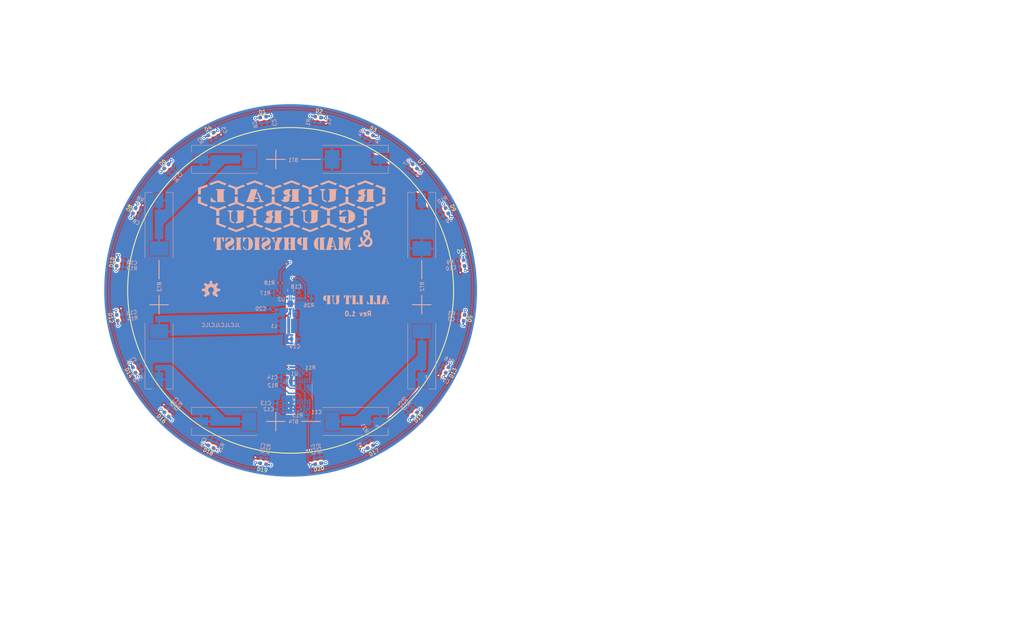
<source format=kicad_pcb>
(kicad_pcb (version 20211014) (generator pcbnew)
  (layers (0 "F.Cu" power) (31 "B.Cu" mixed) (34 "B.Paste" user) (35 "F.Paste" user) (36 "B.SilkS" user "B.Silkscreen") (37 "F.SilkS" user "F.Silkscreen") (38 "B.Mask" user) (39 "F.Mask" user) (44 "Edge.Cuts" user))
  (net 0 "")
  (net 1 "VBAT")
  (net 2 "/VBAT_Bank2")
  (net 3 "GND")
  (net 4 "VCC")
  (net 5 "/CONTROL")
  (net 6 "/TRIGGER")
  (net 7 "/VBAT_Bank1")
  (net 8 "Net-(D1-Pad1)")
  (net 9 "Net-(D2-Pad2)")
  (net 10 "Net-(D3-Pad1)")
  (net 11 "Net-(D5-Pad1)")
  (net 12 "Net-(D4-Pad2)")
  (net 13 "Net-(D6-Pad1)")
  (net 14 "Net-(D8-Pad2)")
  (net 15 "Net-(D9-Pad1)")
  (net 16 "Net-(D7-Pad2)")
  (net 17 "Net-(D10-Pad1)")
  (net 18 "Net-(D12-Pad2)")
  (net 19 "Net-(D11-Pad2)")
  (net 20 "Net-(D13-Pad2)")
  (net 21 "Net-(D15-Pad1)")
  (net 22 "Net-(D16-Pad2)")
  (net 23 "Net-(D14-Pad1)")
  (net 24 "Net-(D17-Pad2)")
  (net 25 "Net-(D18-Pad1)")
  (net 26 "Net-(D19-Pad2)")
  (net 27 "LED_SET")
  (net 28 "Net-(D20-Pad1)")
  (net 29 "/DISCHARGE")
  (net 30 "PWR_EN")
  (net 31 "/~{RESET}")
  (net 38 "/SWITCHER")
  (net 39 "/VFB")
  (footprint "LED_SMD:LED_0603_1608Metric" (layer "F.Cu") (at 123.245824 68.780706 99)
    (fp_text reference "D11")
    (fp_text value "Orange")
  )
  (footprint "LED_SMD:LED_0603_1608Metric" (layer "F.Cu") (at 109.878447 42.517647 135)
    (fp_text reference "D7")
    (fp_text value "Orange")
  )
  (footprint "LED_SMD:LED_0603_1608Metric" (layer "F.Cu") (at 123.267198 83.660923 -99)
    (fp_text reference "D5")
    (fp_text value "Blue")
  )
  (footprint "LED_SMD:LED_0603_1608Metric" (layer "F.Cu") (at 68.774734 29.1592 9)
    (fp_text reference "D1")
    (fp_text value "Blue")
  )
  (footprint "LED_SMD:LED_0603_1608Metric" (layer "F.Cu") (at 42.5196 42.5196 45)
    (fp_text reference "D6")
    (fp_text value "Blue")
  )
  (footprint "LED_SMD:LED_0603_1608Metric" (layer "F.Cu") (at 29.155392 68.767395 81)
    (fp_text reference "D10")
    (fp_text value "Blue")
  )
  (footprint "LED_SMD:LED_0603_1608Metric" (layer "F.Cu") (at 29.1592 83.6676 -81)
    (fp_text reference "D12")
    (fp_text value "Orange")
  )
  (footprint "LED_SMD:LED_0603_1608Metric" (layer "F.Cu") (at 42.540561 109.8804 -45)
    (fp_text reference "D16")
    (fp_text value "Orange")
  )
  (footprint "LED_SMD:LED_0603_1608Metric" (layer "F.Cu") (at 54.5846 118.6434 153)
    (fp_text reference "D18")
    (fp_text value "Blue")
  )
  (footprint "LED_SMD:LED_0603_1608Metric" (layer "F.Cu") (at 68.7578 123.2408 -9)
    (fp_text reference "D19")
    (fp_text value "Orange")
  )
  (footprint "LED_SMD:LED_0603_1608Metric" (layer "F.Cu") (at 83.6676 123.2408 -171)
    (fp_text reference "D20")
    (fp_text value "Blue")
  )
  (footprint "LED_SMD:LED_0603_1608Metric" (layer "F.Cu") (at 97.8154 118.6434 27)
    (fp_text reference "D17")
    (fp_text value "Orange")
  )
  (footprint "LED_SMD:LED_0603_1608Metric" (layer "F.Cu") (at 109.8804 109.8804 -135)
    (fp_text reference "D15")
    (fp_text value "Blue")
  )
  (footprint "LED_SMD:LED_0603_1608Metric" (layer "F.Cu") (at 118.6434 97.8154 63)
    (fp_text reference "D13")
    (fp_text value "Orange")
  )
  (footprint "LED_SMD:LED_0603_1608Metric" (layer "F.Cu") (at 97.8408 33.782 -27)
    (fp_text reference "D3")
    (fp_text value "Blue")
  )
  (footprint "LED_SMD:LED_0603_1608Metric" (layer "F.Cu") (at 83.651795 29.163008 171)
    (fp_text reference "D2")
    (fp_text value "Orange")
  )
  (footprint "LED_SMD:LED_0603_1608Metric" (layer "F.Cu") (at 33.7566 97.8154 117)
    (fp_text reference "D14")
    (fp_text value "Blue")
  )
  (footprint "LED_SMD:LED_0603_1608Metric" (layer "F.Cu") (at 54.594132 33.758518 -153)
    (fp_text reference "D4")
    (fp_text value "Orange")
  )
  (footprint "LED_SMD:LED_0603_1608Metric" (layer "F.Cu") (at 118.606437 54.584336 -63)
    (fp_text reference "D9")
    (fp_text value "Blue")
  )
  (footprint "LED_SMD:LED_0603_1608Metric" (layer "F.Cu") (at 33.783918 54.594132 -117)
    (fp_text reference "D8")
    (fp_text value "Orange")
  )
  (footprint "ERW_SW:Coaster_SW" (layer "F.Cu") (at 76.2 76.2)
    (fp_text reference "JP1" hide)
    (fp_text value "Coaster_Switch")
  )
  (footprint "ERW_Battery:ERW_Battery_Keystone_55(x2)_AAAA" (layer "B.Cu") (at 40.513 76.073 90)
    (fp_text reference "BT3")
    (fp_text value "AAA")
  )
  (footprint "ERW_Battery:ERW_Battery_Keystone_55(x2)_AAAA" (layer "B.Cu") (at 76.199999 40.640002)
    (fp_text reference "BT1")
    (fp_text value "AAA")
  )
  (footprint "Capacitor_SMD:C_0603_1608Metric" (layer "B.Cu") (at 118.280227 55.635239 -153)
    (fp_text reference "C9")
    (fp_text value "0.1 uF")
  )
  (footprint "Capacitor_SMD:C_0603_1608Metric" (layer "B.Cu") (at 122.354519 84.327205 171)
    (fp_text reference "C3")
    (fp_text value "0.1 uF")
  )
  (footprint "Capacitor_SMD:C_0603_1608Metric" (layer "B.Cu") (at 98.185084 34.822015 -117)
    (fp_text reference "C4")
    (fp_text value "0.1 uF")
  )
  (footprint "Capacitor_SMD:C_0603_1608Metric" (layer "B.Cu") (at 84.306763 30.049996 81)
    (fp_text reference "C1")
    (fp_text value "0.1 uF")
  )
  (footprint "Capacitor_SMD:C_0603_1608Metric" (layer "B.Cu") (at 69.658141 29.811022 -81)
    (fp_text reference "C2")
    (fp_text value "0.1 uF")
  )
  (footprint "Capacitor_SMD:C_0603_1608Metric" (layer "B.Cu") (at 55.635025 34.096874 117)
    (fp_text reference "C5")
    (fp_text value "0.1 uF")
  )
  (footprint "Capacitor_SMD:C_0603_1608Metric" (layer "B.Cu") (at 43.626171 42.517271 -45)
    (fp_text reference "C6")
    (fp_text value "0.1 uF")
  )
  (footprint "Capacitor_SMD:C_0603_1608Metric" (layer "B.Cu") (at 34.82813 54.250643 153)
    (fp_text reference "C8")
    (fp_text value "0.1 uF")
  )
  (footprint "Capacitor_SMD:C_0603_1608Metric" (layer "B.Cu") (at 30.049995 68.093243 -9)
    (fp_text reference "C16")
    (fp_text value "0.1 uF")
  )
  (footprint "Capacitor_SMD:C_0603_1608Metric" (layer "B.Cu") (at 29.807047 82.766948 -171)
    (fp_text reference "C15")
    (fp_text value "0.1 uF")
  )
  (footprint "Capacitor_SMD:C_0603_1608Metric" (layer "B.Cu") (at 34.096874 96.764975 27)
    (fp_text reference "C21")
    (fp_text value "0.1 uF")
  )
  (footprint "Capacitor_SMD:C_0603_1608Metric" (layer "B.Cu") (at 42.516087 108.767889 -135)
    (fp_text reference "C25")
    (fp_text value "0.1 uF")
  )
  (footprint "Capacitor_SMD:C_0603_1608Metric" (layer "B.Cu") (at 54.225487 117.594598 63)
    (fp_text reference "C24")
    (fp_text value "0.1 uF")
  )
  (footprint "Capacitor_SMD:C_0603_1608Metric" (layer "B.Cu") (at 68.093345 122.350023 -99)
    (fp_text reference "C26")
    (fp_text value "0.1 uF")
  )
  (footprint "Capacitor_SMD:C_0603_1608Metric" (layer "B.Cu") (at 82.766953 122.592954 99)
    (fp_text reference "C27")
    (fp_text value "0.1 uF")
  )
  (footprint "Capacitor_SMD:C_0603_1608Metric" (layer "B.Cu") (at 96.764973 118.30312 -63)
    (fp_text reference "C23")
    (fp_text value "0.1 uF")
  )
  (footprint "Capacitor_SMD:C_0603_1608Metric" (layer "B.Cu") (at 108.773829 109.882729 135)
    (fp_text reference "C22")
    (fp_text value "0.1 uF")
  )
  (footprint "Resistor_SMD:R_0603_1608Metric" (layer "B.Cu") (at 122.552957 82.751142 171)
    (fp_text reference "R3")
    (fp_text value "60")
  )
  (footprint "Resistor_SMD:R_0603_1608Metric" (layer "B.Cu") (at 68.110352 30.106793 -81)
    (fp_text reference "R2")
    (fp_text value "60")
  )
  (footprint "Resistor_SMD:R_0603_1608Metric" (layer "B.Cu") (at 54.254392 34.856463 117)
    (fp_text reference "R5")
    (fp_text value "160")
  )
  (footprint "Resistor_SMD:R_0603_1608Metric" (layer "B.Cu") (at 42.547833 43.666319 -45)
    (fp_text reference "R6")
    (fp_text value "60")
  )
  (footprint "Resistor_SMD:R_0603_1608Metric" (layer "B.Cu") (at 29.852993 69.656672 -9)
    (fp_text reference "R15")
    (fp_text value "60")
  )
  (footprint "Resistor_SMD:R_0603_1608Metric" (layer "B.Cu") (at 30.102817 84.314732 -171)
    (fp_text reference "R14")
    (fp_text value "160")
  )
  (footprint "Resistor_SMD:R_0603_1608Metric" (layer "B.Cu") (at 34.856463 98.145608 27)
    (fp_text reference "R19")
    (fp_text value "60")
  )
  (footprint "Resistor_SMD:R_0603_1608Metric" (layer "B.Cu") (at 43.665132 109.846229 -135)
    (fp_text reference "R23")
    (fp_text value "160")
  )
  (footprint "Resistor_SMD:R_0603_1608Metric" (layer "B.Cu") (at 55.652167 118.261028 63)
    (fp_text reference "R22")
    (fp_text value "60")
  )
  (footprint "Resistor_SMD:R_0603_1608Metric" (layer "B.Cu") (at 69.656573 122.546991 -99)
    (fp_text reference "R24")
    (fp_text value "160")
  )
  (footprint "Resistor_SMD:R_0603_1608Metric" (layer "B.Cu") (at 84.314732 122.297183 99)
    (fp_text reference "R25")
    (fp_text value "60")
  )
  (footprint "Resistor_SMD:R_0603_1608Metric" (layer "B.Cu") (at 98.145608 117.543537 -63)
    (fp_text reference "R21")
    (fp_text value "160")
  )
  (footprint "Resistor_SMD:R_0603_1608Metric" (layer "B.Cu") (at 109.852167 108.733681 135)
    (fp_text reference "R20")
    (fp_text value "60")
  )
  (footprint "Resistor_SMD:R_0603_1608Metric" (layer "B.Cu") (at 118.239912 96.71877 -27)
    (fp_text reference "R16")
    (fp_text value "160")
  )
  (footprint "Capacitor_SMD:C_0603_1608Metric" (layer "B.Cu") (at 122.608981 69.661817 9)
    (fp_text reference "C10")
    (fp_text value "0.1 uF")
  )
  (footprint "Resistor_SMD:R_0603_1608Metric" (layer "B.Cu") (at 108.740185 42.543729 45)
    (fp_text reference "R7")
    (fp_text value "160")
  )
  (footprint "Capacitor_SMD:C_0603_1608Metric" (layer "B.Cu") (at 109.906423 43.640813 45)
    (fp_text reference "C7")
    (fp_text value "0.1 uF")
  )
  (footprint "Resistor_SMD:R_0603_1608Metric" (layer "B.Cu") (at 96.759052 34.151529 -117)
    (fp_text reference "R4")
    (fp_text value "60")
  )
  (footprint "Resistor_SMD:R_0603_1608Metric" (layer "B.Cu") (at 82.743427 29.853009 81)
    (fp_text reference "R1")
    (fp_text value "160")
  )
  (footprint "Capacitor_SMD:C_0603_1608Metric" (layer "B.Cu") (at 117.581963 98.159996 -27)
    (fp_text reference "C17")
    (fp_text value "0.1 uF")
  )
  (footprint "ERW_Battery:ERW_Battery_Keystone_55(x2)_AAAA" (layer "B.Cu") (at 76.200001 111.759998)
    (fp_text reference "BT4")
    (fp_text value "AAA")
  )
  (footprint "ERW_Battery:ERW_Battery_Keystone_55(x2)_AAAA" (layer "B.Cu") (at 111.760003 76.073004 90)
    (fp_text reference "BT2")
    (fp_text value "AAA")
  )
  (footprint "Resistor_SMD:R_0603_1608Metric" (layer "B.Cu") (at 74.408298 101.9556 180)
    (fp_text reference "R12")
    (fp_text value "220k")
  )
  (footprint "Resistor_SMD:R_0603_1608Metric" (layer "B.Cu") (at 73.406 74.168 -90)
    (fp_text reference "R18")
    (fp_text value "604k")
  )
  (footprint "Resistor_SMD:R_0603_1608Metric" (layer "B.Cu") (at 80.529698 98.679)
    (fp_text reference "R11")
    (fp_text value "10k")
  )
  (footprint "Resistor_SMD:R_0603_1608Metric" (layer "B.Cu") (at 72.517 76.962 180)
    (fp_text reference "R17")
    (fp_text value "309k")
  )
  (footprint "Package_SO:TSSOP-14_4.4x5mm_P0.65mm" (layer "B.Cu") (at 79.415995 103.566052 -90)
    (fp_text reference "U1")
    (fp_text value "TLC555xPW")
  )
  (footprint "Capacitor_SMD:C_0603_1608Metric" (layer "B.Cu") (at 74.458298 99.822 180)
    (fp_text reference "C14")
    (fp_text value "6.8 uF")
  )
  (footprint "Capacitor_SMD:C_0603_1608Metric" (layer "B.Cu") (at 80.922898 109.22 -90)
    (fp_text reference "C11")
    (fp_text value "0.01 uF")
  )
  (footprint "Capacitor_SMD:C_0603_1608Metric" (layer "B.Cu") (at 78.486 77.6094 90)
    (fp_text reference "C18")
    (fp_text value "0.1 uF")
  )
  (footprint "Capacitor_SMD:C_0603_1608Metric" (layer "B.Cu") (at 77.229 89.408)
    (fp_text reference "C19")
    (fp_text value "10 uF")
  )
  (footprint "Capacitor_SMD:C_0603_1608Metric" (layer "B.Cu") (at 73.393 106.817266 180)
    (fp_text reference "C13")
    (fp_text value "0.1 uF")
  )
  (footprint "Capacitor_SMD:C_0603_1608Metric" (layer "B.Cu") (at 73.393 108.442862 180)
    (fp_text reference "C12")
    (fp_text value "10 uF")
  )
  (footprint "Resistor_SMD:R_0603_1608Metric" (layer "B.Cu") (at 122.300372 68.116065 9)
    (fp_text reference "R9")
    (fp_text value "160")
  )
  (footprint "Resistor_SMD:R_0603_1608Metric" (layer "B.Cu") (at 117.518602 54.241722 -153)
    (fp_text reference "R10")
    (fp_text value "60")
  )
  (footprint "Resistor_SMD:R_0603_1608Metric" (layer "B.Cu") (at 34.16148 55.670342 153)
    (fp_text reference "R8")
    (fp_text value "160")
  )
  (footprint "Resistor_SMD:R_0603_1608Metric" (layer "B.Cu") (at 78.154298 108.442853 180)
    (fp_text reference "R13")
    (fp_text value "0")
  )
  (footprint "Capacitor_SMD:C_0603_1608Metric" (layer "B.Cu") (at 71.488 81.407 180)
    (fp_text reference "C20")
    (fp_text value "4.7 uF")
  )
  (footprint "ERW_Logo:RuralguruProjects_HEX_2000" (layer "B.Cu") (at 76.475009 53.355769 180)
    (fp_text reference "G1" hide)
    (fp_text value "LOGO" hide)
  )
  (footprint "Resistor_SMD:R_0603_1608Metric" (layer "B.Cu") (at 80.962 78.3852)
    (fp_text reference "R26")
    (fp_text value "100k")
  )
  (footprint "Package_DFN_QFN:DFN-8-1EP_3x2mm_P0.5mm_EP1.75x1.45mm" (layer "B.Cu") (at 76.0984 79.835208 -90)
    (fp_text reference "U2")
    (fp_text value "MCP1640BMC")
  )
  (footprint "PJ_LOGO:PJ_LOGO_1p5l" (layer "B.Cu") (at 73.908386 63.525199 180)
    (fp_text reference "G2" hide)
    (fp_text value "LOGO" hide)
  )
  (footprint "VLCF4020T-4R7N1R2:VLCF4020T-4R7N1R2" (layer "B.Cu") (at 75.666381 85.865)
    (fp_text reference "L1")
    (fp_text value "4.7 uH")
  )
  (footprint "board_logo:ALL_LIT_UP" (layer "B.Cu") (at 93.98 78.74 180)
    (fp_text reference "G***" hide)
    (fp_text value "LOGO" hide)
  )
  (footprint "Aesthetics:OSHW-LOGO-M" (layer "B.Cu") (at 54.61 76.07427 180)
    (fp_text reference "G3" hide)
    (fp_text value "OSHW" hide)
  )
  (gr_circle locked (center 76.2 76.2) (end 126.374564 84.14687) (layer "Edge.Cuts") (width 0.0508) (fill none))
  (gr_text "JLCJLCJLCJLC" (at 57.2516 85.598) (layer "B.SilkS") (effects (font (size 1.016 1.016) (thickness 0.1524)) (justify mirror)))
  (gr_text "&" (at 96.52 62.2554) (layer "B.SilkS") (effects (font (size 4.064 4.064) (thickness 0.6096)) (justify mirror)))
  (gr_text "Rev 1.0" (at 94.488 82.55) (layer "B.SilkS") (effects (font (size 1.27 1.27) (thickness 0.254)) (justify mirror)))
  (segment (start 64.947801 111.759998) (end 51.866801 111.759998) (width 0.635) (layer "B.Cu") (net 1))
  (segment (start 40.513 87.3252) (end 45.2628 87.3252) (width 0.635) (layer "B.Cu") (net 1))
  (segment (start 74.041 81.407) (end 72.263 81.407) (width 0.508) (layer "B.Cu") (net 1))
  (segment (start 72.263 84.709) (end 72.263 87.122) (width 0.508) (layer "B.Cu") (net 1))
  (segment (start 40.513 100.4062) (end 40.513 97.282) (width 0.635) (layer "B.Cu") (net 1))
  (segment (start 75.244889 81.854111) (end 74.116381 82.982619) (width 0.508) (layer "B.Cu") (net 1))
  (segment (start 74.162792 81.285208) (end 75.244889 81.285208) (width 0.508) (layer "B.Cu") (net 1))
  (segment (start 74.116381 85.038381) (end 73.66 84.582) (width 0.508) (layer "B.Cu") (net 1))
  (segment (start 74.116381 82.982619) (end 74.116381 85.865) (width 0.508) (layer "B.Cu") (net 1))
  (segment (start 73.66 87.122) (end 72.263 87.122) (width 0.508) (layer "B.Cu") (net 1))
  (segment (start 40.513 87.3252) (end 40.513 84.074) (width 0.635) (layer "B.Cu") (net 1))
  (segment (start 51.866801 107.746801) (end 44.5262 100.4062) (width 0.635) (layer "B.Cu") (net 1))
  (segment (start 73.66 84.582) (end 72.39 84.582) (width 0.508) (layer "B.Cu") (net 1))
  (segment (start 44.5262 100.4062) (end 40.513 100.4062) (width 0.635) (layer "B.Cu") (net 1))
  (segment (start 74.116381 86.665619) (end 73.66 87.122) (width 0.508) (layer "B.Cu") (net 1))
  (segment (start 72.39 84.582) (end 72.263 84.709) (width 0.508) (layer "B.Cu") (net 1))
  (segment (start 51.866801 111.759998) (end 51.866801 107.746801) (width 0.635) (layer "B.Cu") (net 1))
  (segment (start 74.116381 85.865) (end 74.116381 86.665619) (width 0.508) (layer "B.Cu") (net 1))
  (segment (start 74.162792 81.285208) (end 74.041 81.407) (width 0.508) (layer "B.Cu") (net 1))
  (segment (start 75.244889 81.285208) (end 75.244889 81.854111) (width 0.508) (layer "B.Cu") (net 1))
  (segment (start 100.533201 109.270799) (end 100.533201 111.759998) (width 0.635) (layer "B.Cu") (net 2))
  (segment (start 100.533201 111.759998) (end 87.452201 111.759998) (width 0.635) (layer "B.Cu") (net 2))
  (segment (start 111.760003 100.406204) (end 109.397796 100.406204) (width 0.635) (layer "B.Cu") (net 2))
  (segment (start 111.760003 87.325204) (end 111.760003 100.406204) (width 0.635) (layer "B.Cu") (net 2))
  (segment (start 109.397796 100.406204) (end 100.533201 109.270799) (width 0.635) (layer "B.Cu") (net 2))
  (segment (start 107.315 64.820804) (end 116.789196 64.820804) (width 0.635) (layer "B.Cu") (net 3))
  (segment (start 105.079804 51.739804) (end 100.533199 47.193199) (width 0.635) (layer "B.Cu") (net 3))
  (segment (start 87.452199 36.83) (end 87.452199 45.542199) (width 0.635) (layer "B.Cu") (net 3))
  (segment (start 114.935 51.739804) (end 105.079804 51.739804) (width 0.635) (layer "B.Cu") (net 3))
  (segment (start 75.8484 79.555112) (end 75.8484 77.215304) (width 0.254) (layer "B.Cu") (net 3))
  (segment (start 111.760003 68.58) (end 111.760003 47.625003) (width 0.635) (layer "B.Cu") (net 3))
  (segment (start 75.819 79.555808) (end 75.825409 79.549399) (width 0.254) (layer "B.Cu") (net 3))
  (segment (start 76.3484 79.555112) (end 76.3484 77.215304) (width 0.254) (layer "B.Cu") (net 3))
  (segment (start 104.14 40.64) (end 83.82 40.64) (width 0.635) (layer "B.Cu") (net 3))
  (segment (start 100.533199 47.193199) (end 100.533199 38.1) (width 0.635) (layer "B.Cu") (net 3))
  (segment (start 73.6346 68.6562) (end 72.39 69.9008) (width 0.635) (layer "F.Cu") (net 4))
  (segment (start 75.692 106.68) (end 74.345801 106.68) (width 0.635) (layer "F.Cu") (net 4))
  (segment (start 72.39 69.9008) (end 72.39 76.2) (width 0.635) (layer "F.Cu") (net 4))
  (segment (start 72.39 80.848198) (end 74.599802 83.058) (width 0.635) (layer "F.Cu") (net 4))
  (segment (start 73.7108 68.58) (end 73.6346 68.6562) (width 0.508) (layer "F.Cu") (net 4))
  (segment (start 75.692 108.204) (end 75.6412 108.2548) (width 0.635) (layer "F.Cu") (net 4))
  (segment (start 72.39 104.724199) (end 74.345801 106.68) (width 0.635) (layer "F.Cu") (net 4))
  (segment (start 75.6412 108.2548) (end 74.345801 108.2548) (width 0.635) (layer "F.Cu") (net 4))
  (segment (start 75.8444 83.058) (end 74.599802 83.058) (width 0.635) (layer "F.Cu") (net 4))
  (segment (start 75.692 97.028) (end 74.701402 97.028) (width 0.635) (layer "F.Cu") (net 4))
  (segment (start 72.39 76.2) (end 72.39 104.724199) (width 0.635) (layer "F.Cu") (net 4))
  (segment (start 72.39 106.298999) (end 74.345801 108.2548) (width 0.635) (layer "F.Cu") (net 4))
  (segment (start 72.39 76.2) (end 72.39 94.716598) (width 0.635) (layer "F.Cu") (net 4))
  (segment (start 75.946 68.58) (end 73.7108 68.58) (width 0.508) (layer "F.Cu") (net 4))
  (segment (start 72.39 94.716598) (end 74.701402 97.028) (width 0.635) (layer "F.Cu") (net 4))
  (segment (start 72.39 76.2) (end 72.39 106.298999) (width 0.635) (layer "F.Cu") (net 4))
  (segment (start 72.39 76.2) (end 72.39 80.848198) (width 0.635) (layer "F.Cu") (net 4))
  (via (at 36.123357 53.117034) (size 0.8) (drill 0.4) (layers "F.Cu" "B.Cu") (net 4))
  (via (at 122.213975 71.334897) (size 0.8) (drill 0.4) (layers "F.Cu" "B.Cu") (net 4))
  (via (at 30.189213 81.0959) (size 0.8) (drill 0.4) (layers "F.Cu" "B.Cu") (net 4))
  (via (at 57.342381 33.943956) (size 0.8) (drill 0.4) (layers "F.Cu" "B.Cu") (net 4))
  (via (at 75.692 106.68) (size 0.8) (drill 0.4) (layers "F.Cu" "B.Cu") (net 4))
  (via locked (at 116.278034 99.272078) (size 0.8) (drill 0.4) (layers "F.Cu" "B.Cu") (net 4))
  (via (at 75.946 68.58) (size 0.8) (drill 0.4) (layers "F.Cu" "B.Cu") (net 4))
  (via (at 110.562272 45.198601) (size 0.8) (drill 0.4) (layers "F.Cu" "B.Cu") (net 4))
  (via (at 85.778021 30.92985) (size 0.8) (drill 0.4) (layers "F.Cu" "B.Cu") (net 4))
  (via (at 75.8444 83.058) (size 0.8) (drill 0.4) (layers "F.Cu" "B.Cu") (net 4))
  (via (at 66.621979 121.470149) (size 0.8) (drill 0.4) (layers "F.Cu" "B.Cu") (net 4))
  (via (at 75.692 97.028) (size 0.8) (drill 0.4) (layers "F.Cu" "B.Cu") (net 4))
  (via (at 75.692 108.204) (size 0.8) (drill 0.4) (layers "F.Cu" "B.Cu") (net 4))
  (via (at 95.057619 118.456044) (size 0.8) (drill 0.4) (layers "F.Cu" "B.Cu") (net 4))
  (via (at 41.843045 107.191357) (size 0.8) (drill 0.4) (layers "F.Cu" "B.Cu") (net 4))
  (segment (start 82.614369 30.667852) (end 85.778021 30.92985) (width 0.381) (layer "B.Cu") (net 4))
  (segment (start 74.168 108.442862) (end 74.168 106.817266) (width 0.635) (layer "B.Cu") (net 4))
  (segment (start 73.406 71.12) (end 75.946 68.58) (width 0.508) (layer "B.Cu") (net 4))
  (segment (start 54.628934 35.591543) (end 57.342381 33.943956) (width 0.381) (layer "B.Cu") (net 4))
  (segment (start 73.406 73.343) (end 73.406 71.12) (width 0.508) (layer "B.Cu") (net 4))
  (segment (start 76.0984 82.804) (end 75.8444 83.058) (width 0.381) (layer "B.Cu") (net 4))
  (segment (start 44.248495 109.262866) (end 41.843045 107.191357) (width 0.381) (layer "B.Cu") (net 4))
  (segment (start 76.0984 81.28) (end 76.0984 82.804) (width 0.381) (layer "B.Cu") (net 4))
  (segment (start 75.692 97.028) (end 78.053698 97.028) (width 0.508) (layer "B.Cu") (net 4))
  (segment (start 34.89656 56.044884) (end 36.123357 53.117034) (width 0.381) (layer "B.Cu") (net 4))
  (segment (start 30.91766 84.185674) (end 30.189213 81.0959) (width 0.381) (layer "B.Cu") (net 4))
  (segment (start 97.771066 116.808457) (end 95.057619 118.456044) (width 0.381) (layer "B.Cu") (net 4))
  (segment locked (start 117.504832 96.344228) (end 116.278034 99.272078) (width 0.381) (layer "B.Cu") (net 4))
  (segment (start 121.485529 68.245123) (end 122.213975 71.334897) (width 0.381) (layer "B.Cu") (net 4))
  (segment (start 108.156822 43.127092) (end 110.562272 45.198601) (width 0.381) (layer "B.Cu") (net 4))
  (segment (start 78.053698 97.028) (end 79.704698 98.679) (width 0.508) (layer "B.Cu") (net 4))
  (segment (start 69.785631 121.732147) (end 66.621979 121.470149) (width 0.381) (layer "B.Cu") (net 4))
  (segment (start 81.365995 106.428552) (end 81.365995 108.001903) (width 0.381) (layer "B.Cu") (net 5))
  (segment (start 81.365995 108.001903) (end 80.922898 108.445) (width 0.381) (layer "B.Cu") (net 5))
  (segment (start 75.233298 101.9556) (end 75.233298 99.822) (width 0.381) (layer "B.Cu") (net 6))
  (segment (start 78.765995 102.795897) (end 80.065995 104.095897) (width 0.381) (layer "B.Cu") (net 6))
  (segment (start 76.073595 102.795897) (end 75.233298 101.9556) (width 0.381) (layer "B.Cu") (net 6))
  (segment (start 80.065995 104.095897) (end 80.065995 106.428552) (width 0.381) (layer "B.Cu") (net 6))
  (segment (start 78.765995 100.703552) (end 78.765995 102.795897) (width 0.381) (layer "B.Cu") (net 6))
  (segment (start 78.765995 102.795897) (end 76.073595 102.795897) (width 0.381) (layer "B.Cu") (net 6))
  (segment (start 51.866799 40.640002) (end 64.947799 40.640002) (width 0.635) (layer "B.Cu") (net 7))
  (segment (start 51.866799 44.653201) (end 44.7802 51.7398) (width 0.635) (layer "B.Cu") (net 7))
  (segment (start 44.7802 51.7398) (end 40.513 51.7398) (width 0.635) (layer "B.Cu") (net 7))
  (segment (start 40.513 51.7398) (end 40.513 64.8208) (width 0.635) (layer "B.Cu") (net 7))
  (segment (start 51.866799 40.640002) (end 51.866799 44.653201) (width 0.635) (layer "B.Cu") (net 7))
  (segment (start 66.701331 29.494677) (end 67.981296 29.291952) (width 0.381) (layer "F.Cu") (net 8))
  (via (at 66.701331 29.494677) (size 0.8) (drill 0.4) (layers "F.Cu" "B.Cu") (net 8))
  (segment (start 67.972201 29.29339) (end 66.701331 29.494677) (width 0.381) (layer "B.Cu") (net 8))
  (segment (start 67.978859 29.298225) (end 67.972201 29.29339) (width 0.381) (layer "B.Cu") (net 8))
  (segment (start 81.590033 28.835045) (end 82.869997 29.037773) (width 0.381) (layer "F.Cu") (net 9))
  (via (at 81.590033 28.835045) (size 0.8) (drill 0.4) (layers "F.Cu" "B.Cu") (net 9))
  (segment (start 82.860903 29.03633) (end 81.590033 28.835045) (width 0.381) (layer "B.Cu") (net 9))
  (segment (start 82.865741 29.042986) (end 82.860903 29.03633) (width 0.381) (layer "B.Cu") (net 9))
  (segment (start 95.984576 32.824471) (end 97.139248 33.412808) (width 0.381) (layer "F.Cu") (net 10))
  (via (at 95.984576 32.824471) (size 0.8) (drill 0.4) (layers "F.Cu" "B.Cu") (net 10))
  (segment (start 97.133589 33.41645) (end 97.131045 33.408625) (width 0.381) (layer "B.Cu") (net 10))
  (segment (start 97.131045 33.408625) (end 95.984576 32.824471) (width 0.381) (layer "B.Cu") (net 10))
  (segment (start 123.574302 81.617122) (end 123.371574 82.897087) (width 0.381) (layer "F.Cu") (net 11))
  (via (at 123.574302 81.617122) (size 0.8) (drill 0.4) (layers "F.Cu" "B.Cu") (net 11))
  (segment (start 123.3678 82.8802) (end 123.574302 81.617122) (width 0.381) (layer "B.Cu") (net 11))
  (segment (start 52.723013 34.710812) (end 53.877687 34.122478) (width 0.381) (layer "F.Cu") (net 12))
  (via (at 52.723013 34.710812) (size 0.8) (drill 0.4) (layers "F.Cu" "B.Cu") (net 12))
  (segment (start 53.877307 34.129197) (end 53.869481 34.126656) (width 0.381) (layer "B.Cu") (net 12))
  (segment (start 53.869481 34.126656) (end 52.723013 34.710812) (width 0.381) (layer "B.Cu") (net 12))
  (segment (start 41.0464 43.9928) (end 41.962753 43.076447) (width 0.381) (layer "F.Cu") (net 13))
  (via (at 41.0464 43.9928) (size 0.8) (drill 0.4) (layers "F.Cu" "B.Cu") (net 13))
  (segment (start 41.956244 43.082956) (end 41.0464 43.9928) (width 0.381) (layer "B.Cu") (net 13))
  (segment (start 41.96447 43.082956) (end 41.956244 43.082956) (width 0.381) (layer "B.Cu") (net 13))
  (segment (start 32.841936 56.428873) (end 33.430271 55.274201) (width 0.381) (layer "F.Cu") (net 14))
  (via (at 32.841936 56.428873) (size 0.8) (drill 0.4) (layers "F.Cu" "B.Cu") (net 14))
  (segment (start 33.426092 55.282403) (end 32.841936 56.428873) (width 0.381) (layer "B.Cu") (net 14))
  (segment (start 117.667303 52.728373) (end 118.255637 53.883047) (width 0.381) (layer "F.Cu") (net 15))
  (via (at 117.667303 52.728373) (size 0.8) (drill 0.4) (layers "F.Cu" "B.Cu") (net 15))
  (segment (start 118.251459 53.874841) (end 117.667303 52.728373) (width 0.381) (layer "B.Cu") (net 15))
  (segment (start 118.248917 53.882667) (end 118.251459 53.874841) (width 0.381) (layer "B.Cu") (net 15))
  (segment (start 108.430891 41.061041) (end 109.347244 41.977395) (width 0.381) (layer "F.Cu") (net 16))
  (via (at 108.430891 41.061041) (size 0.8) (drill 0.4) (layers "F.Cu" "B.Cu") (net 16))
  (segment (start 109.340734 41.970883) (end 108.430891 41.061041) (width 0.381) (layer "B.Cu") (net 16))
  (segment (start 109.340736 41.979111) (end 109.340734 41.970883) (width 0.381) (layer "B.Cu") (net 16))
  (segment (start 28.834122 70.77863) (end 29.036849 69.498666) (width 0.381) (layer "F.Cu") (net 17))
  (via (at 28.834122 70.77863) (size 0.8) (drill 0.4) (layers "F.Cu" "B.Cu") (net 17))
  (segment (start 29.035409 69.507758) (end 28.834122 70.77863) (width 0.381) (layer "B.Cu") (net 17))
  (segment (start 29.042064 69.502923) (end 29.035409 69.507758) (width 0.381) (layer "B.Cu") (net 17))
  (segment (start 29.441806 85.728797) (end 29.23908 84.448833) (width 0.381) (layer "F.Cu") (net 18))
  (via (at 29.441806 85.728797) (size 0.8) (drill 0.4) (layers "F.Cu" "B.Cu") (net 18))
  (segment (start 29.245355 84.45127) (end 29.240519 84.457926) (width 0.381) (layer "B.Cu") (net 18))
  (segment (start 29.240519 84.457926) (end 29.441806 85.728797) (width 0.381) (layer "B.Cu") (net 18))
  (segment (start 122.931601 66.707441) (end 123.134326 67.987406) (width 0.381) (layer "F.Cu") (net 19))
  (via (at 122.931601 66.707441) (size 0.8) (drill 0.4) (layers "F.Cu" "B.Cu") (net 19))
  (segment (start 123.128052 67.984968) (end 123.132888 67.978311) (width 0.381) (layer "B.Cu") (net 19))
  (segment (start 123.132888 67.978311) (end 122.931601 66.707441) (width 0.381) (layer "B.Cu") (net 19))
  (segment (start 119.589251 95.959059) (end 119.000915 97.113731) (width 0.381) (layer "F.Cu") (net 20))
  (via (at 119.589251 95.959059) (size 0.8) (drill 0.4) (layers "F.Cu" "B.Cu") (net 20))
  (segment (start 118.997272 97.108071) (end 119.005097 97.105528) (width 0.381) (layer "B.Cu") (net 20))
  (segment (start 119.005097 97.105528) (end 119.589251 95.959059) (width 0.381) (layer "B.Cu") (net 20))
  (segment (start 111.355315 108.405486) (end 110.438961 109.321839) (width 0.381) (layer "F.Cu") (net 21))
  (via (at 111.355315 108.405486) (size 0.8) (drill 0.4) (layers "F.Cu" "B.Cu") (net 21))
  (segment (start 110.445473 109.315329) (end 111.355315 108.405486) (width 0.381) (layer "B.Cu") (net 21))
  (segment (start 110.437244 109.31533) (end 110.445473 109.315329) (width 0.381) (layer "B.Cu") (net 21))
  (segment (start 43.984847 111.381831) (end 43.068494 110.465477) (width 0.381) (layer "F.Cu") (net 22))
  (via (at 43.984847 111.381831) (size 0.8) (drill 0.4) (layers "F.Cu" "B.Cu") (net 22))
  (segment (start 43.075003 110.463761) (end 43.075003 110.471989) (width 0.381) (layer "B.Cu") (net 22))
  (segment (start 43.075003 110.471989) (end 43.984847 111.381831) (width 0.381) (layer "B.Cu") (net 22))
  (segment (start 34.662319 99.688387) (end 34.073984 98.533714) (width 0.381) (layer "F.Cu") (net 23))
  (via (at 34.662319 99.688387) (size 0.8) (drill 0.4) (layers "F.Cu" "B.Cu") (net 23))
  (segment (start 34.080705 98.534093) (end 34.078163 98.541918) (width 0.381) (layer "B.Cu") (net 23))
  (segment (start 34.078163 98.541918) (end 34.662319 99.688387) (width 0.381) (layer "B.Cu") (net 23))
  (segment (start 99.67174 117.697546) (end 98.517067 118.285881) (width 0.381) (layer "F.Cu") (net 24))
  (via (at 99.67174 117.697546) (size 0.8) (drill 0.4) (layers "F.Cu" "B.Cu") (net 24))
  (segment (start 98.517446 118.27916) (end 98.525272 118.281702) (width 0.381) (layer "B.Cu") (net 24))
  (segment (start 98.525272 118.281702) (end 99.67174 117.697546) (width 0.381) (layer "B.Cu") (net 24))
  (segment (start 56.418255 119.626309) (end 55.263583 119.037973) (width 0.381) (layer "F.Cu") (net 25))
  (via (at 56.418255 119.626309) (size 0.8) (drill 0.4) (layers "F.Cu" "B.Cu") (net 25))
  (segment (start 55.271786 119.042155) (end 56.418255 119.626309) (width 0.381) (layer "B.Cu") (net 25))
  (segment (start 55.269243 119.03433) (end 55.271786 119.042155) (width 0.381) (layer "B.Cu") (net 25))
  (segment (start 70.812097 123.604136) (end 69.532133 123.401409) (width 0.381) (layer "F.Cu") (net 26))
  (via (at 70.812097 123.604136) (size 0.8) (drill 0.4) (layers "F.Cu" "B.Cu") (net 26))
  (segment (start 69.541227 123.402851) (end 70.812097 123.604136) (width 0.381) (layer "B.Cu") (net 26))
  (segment (start 69.53639 123.396195) (end 69.541227 123.402851) (width 0.381) (layer "B.Cu") (net 26))
  (segment (start 119.55901 56.441054) (end 118.970675 55.28638) (width 0.381) (layer "F.Cu") (net 27))
  (segment (start 32.770614 95.975707) (end 33.358948 97.130378) (width 0.381) (layer "F.Cu") (net 27))
  (segment (start 70.81687 28.842839) (end 69.536904 29.045564) (width 0.381) (layer "F.Cu") (net 27))
  (segment (start 111.377292 44.007441) (end 110.460939 43.091086) (width 0.381) (layer "F.Cu") (net 27))
  (segment (start 95.959062 119.589252) (end 97.113732 119.000918) (width 0.381) (layer "F.Cu") (net 27))
  (segment (start 99.697258 34.716176) (end 98.542585 34.127839) (width 0.381) (layer "F.Cu") (net 27))
  (segment (start 52.705576 117.734605) (end 53.860247 118.322939) (width 0.381) (layer "F.Cu") (net 27))
  (segment (start 56.435694 32.819106) (end 55.28102 33.40744) (width 0.381) (layer "F.Cu") (net 27))
  (segment (start 117.697549 99.671739) (end 118.285882 98.517068) (width 0.381) (layer "F.Cu") (net 27))
  (segment (start 108.408917 111.351886) (end 109.325269 110.435534) (width 0.381) (layer "F.Cu") (net 27))
  (segment (start 41.038448 108.435432) (end 41.9548 109.351784) (width 0.381) (layer "F.Cu") (net 27))
  (segment (start 81.607396 123.572994) (end 82.887358 123.370268) (width 0.381) (layer "F.Cu") (net 27))
  (segment (start 43.9928 41.0464) (end 43.076447 41.962753) (width 0.381) (layer "F.Cu") (net 27))
  (segment (start 28.789969 81.61326) (end 28.992695 82.893223) (width 0.381) (layer "F.Cu") (net 27))
  (segment (start 29.48596 66.663092) (end 29.283233 67.943056) (width 0.381) (layer "F.Cu") (net 27))
  (segment (start 85.705572 29.486882) (end 84.425607 29.284153) (width 0.381) (layer "F.Cu") (net 27))
  (segment (start 34.733641 52.716193) (end 34.145306 53.870865) (width 0.381) (layer "F.Cu") (net 27))
  (segment (start 66.696561 122.9523) (end 67.976523 123.155026) (width 0.381) (layer "F.Cu") (net 27))
  (segment (start 122.922465 85.732661) (end 123.125194 84.452696) (width 0.381) (layer "F.Cu") (net 27))
  (segment (start 123.583438 70.82298) (end 123.380714 69.543014) (width 0.381) (layer "F.Cu") (net 27))
  (via (at 108.408917 111.351886) (size 0.8) (drill 0.4) (layers "F.Cu" "B.Cu") (net 27))
  (via (at 41.038448 108.435432) (size 0.8) (drill 0.4) (layers "F.Cu" "B.Cu") (net 27))
  (via (at 43.9928 41.0464) (size 0.8) (drill 0.4) (layers "F.Cu" "B.Cu") (net 27))
  (via (at 56.435694 32.819106) (size 0.8) (drill 0.4) (layers "F.Cu" "B.Cu") (net 27))
  (via (at 119.55901 56.441054) (size 0.8) (drill 0.4) (layers "F.Cu" "B.Cu") (net 27))
  (via (at 32.770614 95.975707) (size 0.8) (drill 0.4) (layers "F.Cu" "B.Cu") (net 27))
  (via (at 81.607396 123.572994) (size 0.8) (drill 0.4) (layers "F.Cu" "B.Cu") (net 27))
  (via (at 34.733641 52.716193) (size 0.8) (drill 0.4) (layers "F.Cu" "B.Cu") (net 27))
  (via (at 117.697549 99.671739) (size 0.8) (drill 0.4) (layers "F.Cu" "B.Cu") (net 27))
  (via (at 52.705576 117.734605) (size 0.8) (drill 0.4) (layers "F.Cu" "B.Cu") (net 27))
  (via (at 28.789969 81.61326) (size 0.8) (drill 0.4) (layers "F.Cu" "B.Cu") (net 27))
  (via (at 123.583438 70.82298) (size 0.8) (drill 0.4) (layers "F.Cu" "B.Cu") (net 27))
  (via (at 29.48596 66.663092) (size 0.8) (drill 0.4) (layers "F.Cu" "B.Cu") (net 27))
  (via (at 99.697258 34.716176) (size 0.8) (drill 0.4) (layers "F.Cu" "B.Cu") (net 27))
  (via (at 95.959062 119.589252) (size 0.8) (drill 0.4) (layers "F.Cu" "B.Cu") (net 27))
  (via (at 111.377292 44.007441) (size 0.8) (drill 0.4) (layers "F.Cu" "B.Cu") (net 27))
  (via (at 66.696561 122.9523) (size 0.8) (drill 0.4) (layers "F.Cu" "B.Cu") (net 27))
  (via (at 122.922465 85.732661) (size 0.8) (drill 0.4) (layers "F.Cu" "B.Cu") (net 27))
  (via (at 85.705572 29.486882) (size 0.8) (drill 0.4) (layers "F.Cu" "B.Cu") (net 27))
  (via (at 70.81687 28.842839) (size 0.8) (drill 0.4) (layers "F.Cu" "B.Cu") (net 27))
  (segment (start 123.119978 84.448442) (end 123.12481 84.455088) (width 0.381) (layer "B.Cu") (net 27))
  (segment (start 43.078163 41.961037) (end 43.9928 41.0464) (width 0.381) (layer "B.Cu") (net 27))
  (segment (start 98.536927 34.131485) (end 98.544742 34.128944) (width 0.381) (layer "B.Cu") (net 27))
  (segment (start 82.1944 105.156) (end 80.065995 103.027595) (width 0.381) (layer "B.Cu") (net 27))
  (segment (start 81.607396 123.572994) (end 81.885536 125.329105) (width 0.381) (layer "B.Cu") (net 27))
  (segment (start 34.733641 52.716193) (end 33.149431 51.908997) (width 0.381) (layer "B.Cu") (net 27))
  (segment (start 70.575085 27.067559) (end 70.555992 27.068993) (width 0.381) (layer "B.Cu") (net 27))
  (segment (start 118.971771 55.288541) (end 119.55901 56.441054) (width 0.381) (layer "B.Cu") (net 27))
  (segment (start 32.770614 95.975707) (end 31.186403 96.782902) (width 0.381) (layer "B.Cu") (net 27))
  (segment (start 55.283182 33.406344) (end 56.435694 32.819106) (width 0.381) (layer "B.Cu") (net 27))
  (segment (start 66.696561 122.9523) (end 66.41842 124.708411) (width 0.381) (layer "B.Cu") (net 27))
  (segment (start 124.67404 86.029403) (end 124.678576 86.010802) (width 0.381) (layer "B.Cu") (net 27))
  (segment (start 69.539299 29.04519) (end 70.81687 28.842839) (width 0.381) (layer "B.Cu") (net 27))
  (segment (start 111.377292 44.007441) (end 112.634529 42.750204) (width 0.381) (layer "B.Cu") (net 27))
  (segment (start 33.357847 97.128217) (end 32.770614 95.975707) (width 0.381) (layer "B.Cu") (net 27))
  (segment (start 29.283613 67.940659) (end 29.48596 66.663092) (width 0.381) (layer "B.Cu") (net 27))
  (segment (start 100.558513 33.156691) (end 100.542224 33.146628) (width 0.381) (layer "B.Cu") (net 27))
  (segment (start 28.99897 82.895661) (end 28.992316 82.890827) (width 0.381) (layer "B.Cu") (net 27))
  (segment (start 28.992316 82.890827) (end 28.789969 81.61326) (width 0.381) (layer "B.Cu") (net 27))
  (segment (start 86.054922 27.739686) (end 86.03632 27.735149) (width 0.381) (layer "B.Cu") (net 27))
  (segment (start 42.772831 39.75531) (end 42.758227 39.767693) (width 0.381) (layer "B.Cu") (net 27))
  (segment (start 80.065995 103.027595) (end 80.065995 100.703552) (width 0.381) (layer "B.Cu") (net 27))
  (segment (start 122.922465 85.732661) (end 124.678576 86.010802) (width 0.381) (layer "B.Cu") (net 27))
  (segment (start 123.583438 70.82298) (end 125.339549 70.544839) (width 0.381) (layer "B.Cu") (net 27))
  (segment (start 53.858086 118.321838) (end 52.705576 117.734605) (width 0.381) (layer "B.Cu") (net 27))
  (segment (start 51.857227 119.286182) (end 51.873517 119.296246) (width 0.381) (layer "B.Cu") (net 27))
  (segment (start 118.284779 98.519228) (end 117.697549 99.671739) (width 0.381) (layer "B.Cu") (net 27))
  (segment (start 85.705572 29.486882) (end 85.983713 27.730771) (width 0.381) (layer "B.Cu") (net 27))
  (segment (start 119.259667 100.533107) (end 119.269731 100.516817) (width 0.381) (layer "B.Cu") (net 27))
  (segment (start 27.066637 81.793579) (end 27.068071 81.812673) (width 0.381) (layer "B.Cu") (net 27))
  (segment (start 66.347912 124.711095) (end 66.366515 124.715632) (width 0.381) (layer "B.Cu") (net 27))
  (segment (start 67.974128 123.154646) (end 66.696561 122.9523) (width 0.381) (layer "B.Cu") (net 27))
  (segment (start 34.14895 53.876526) (end 34.146408 53.868703) (width 0.381) (layer "B.Cu") (net 27))
  (segment (start 28.789969 81.61326) (end 27.033858 81.8914) (width 0.381) (layer "B.Cu") (net 27))
  (segment (start 97.111571 119.002017) (end 95.959062 119.589252) (width 0.381) (layer "B.Cu") (net 27))
  (segment (start 123.374439 69.54058) (end 123.381088 69.545408) (width 0.381) (layer "B.Cu") (net 27))
  (segment (start 55.67931 31.217504) (end 55.661594 31.224768) (width 0.381) (layer "B.Cu") (net 27))
  (segment (start 33.365669 97.130758) (end 33.357847 97.128217) (width 0.381) (layer "B.Cu") (net 27))
  (segment (start 108.408917 111.351886) (end 109.666153 112.609123) (width 0.381) (layer "B.Cu") (net 27))
  (segment (start 39.706818 109.63857) (end 39.719201 109.653175) (width 0.381) (layer "B.Cu") (net 27))
  (segment (start 34.146408 53.868703) (end 34.733641 52.716193) (width 0.381) (layer "B.Cu") (net 27))
  (segment (start 84.421353 29.289369) (end 84.428 29.284538) (width 0.381) (layer "B.Cu") (net 27))
  (segment (start 97.114111 118.994196) (end 97.111571 119.002017) (width 0.381) (layer "B.Cu") (net 27))
  (segment (start 80.9752 112.268) (end 82.1944 111.0488) (width 0.381) (layer "B.Cu") (net 27))
  (segment (start 125.341789 70.602174) (end 125.340355 70.583082) (width 0.381) (layer "B.Cu") (net 27))
  (segment (start 41.953085 109.350069) (end 41.038448 108.435432) (width 0.381) (layer "B.Cu") (net 27))
  (segment (start 117.697549 99.671739) (end 119.28176 100.478935) (width 0.381) (layer "B.Cu") (net 27))
  (segment (start 119.28176 100.478935) (end 119.281928 100.478608) (width 0.381) (layer "B.Cu") (net 27))
  (segment (start 110.462649 43.092804) (end 111.377292 44.007441) (width 0.381) (layer "B.Cu") (net 27))
  (segment (start 84.428 29.284538) (end 85.705572 29.486882) (width 0.381) (layer "B.Cu") (net 27))
  (segment (start 118.282237 98.511407) (end 118.284779 98.519228) (width 0.381) (layer "B.Cu") (net 27))
  (segment (start 41.961309 109.350068) (end 41.953085 109.350069) (width 0.381) (layer "B.Cu") (net 27))
  (segment (start 69.53447 29.051839) (end 69.539299 29.04519) (width 0.381) (layer "B.Cu") (net 27))
  (segment (start 70.81687 28.842839) (end 70.53873 27.086728) (width 0.381) (layer "B.Cu") (net 27))
  (segment (start 33.14205 51.865179) (end 33.131987 51.881469) (width 0.381) (layer "B.Cu") (net 27))
  (segment (start 82.1944 111.0488) (end 82.1944 105.156) (width 0.381) (layer "B.Cu") (net 27))
  (segment (start 81.607396 123.572994) (end 80.9752 122.940798) (width 0.381) (layer "B.Cu") (net 27))
  (segment (start 52.705576 117.734605) (end 51.89838 119.318815) (width 0.381) (layer "B.Cu") (net 27))
  (segment (start 31.164634 96.75082) (end 31.171898 96.768537) (width 0.381) (layer "B.Cu") (net 27))
  (segment (start 118.963955 55.286004) (end 118.971771 55.288541) (width 0.381) (layer "B.Cu") (net 27))
  (segment (start 29.48596 66.663092) (end 27.729849 66.384951) (width 0.381) (layer "B.Cu") (net 27))
  (segment (start 119.55901 56.441054) (end 121.143221 55.633858) (width 0.381) (layer "B.Cu") (net 27))
  (segment (start 123.12481 84.455088) (end 122.922465 85.732661) (width 0.381) (layer "B.Cu") (net 27))
  (segment (start 109.621925 112.653048) (end 109.63653 112.640665) (width 0.381) (layer "B.Cu") (net 27))
  (segment (start 82.884963 123.370646) (end 81.607396 123.572994) (width 0.381) (layer "B.Cu") (net 27))
  (segment (start 95.959062 119.589252) (end 96.766257 121.173463) (width 0.381) (layer "B.Cu") (net 27))
  (segment (start 56.435694 32.819106) (end 55.628499 31.234895) (width 0.381) (layer "B.Cu") (net 27))
  (segment (start 41.038448 108.435432) (end 39.781211 109.692668) (width 0.381) (layer "B.Cu") (net 27))
  (segment (start 96.744956 121.198329) (end 96.762673 121.191065) (width 0.381) (layer "B.Cu") (net 27))
  (segment (start 110.454431 43.092805) (end 110.462649 43.092804) (width 0.381) (layer "B.Cu") (net 27))
  (segment (start 43.078163 41.969263) (end 43.078163 41.961037) (width 0.381) (layer "B.Cu") (net 27))
  (segment (start 121.208773 55.68542) (end 121.20151 55.667705) (width 0.381) (layer "B.Cu") (net 27))
  (segment (start 80.9752 122.940798) (end 80.9752 112.268) (width 0.381) (layer "B.Cu") (net 27))
  (segment (start 55.280644 33.41416) (end 55.283182 33.406344) (width 0.381) (layer "B.Cu") (net 27))
  (segment (start 112.622806 42.778191) (end 112.610424 42.763587) (width 0.381) (layer "B.Cu") (net 27))
  (segment (start 82.889795 123.363992) (end 82.884963 123.370646) (width 0.381) (layer "B.Cu") (net 27))
  (segment (start 53.865907 118.319295) (end 53.858086 118.321838) (width 0.381) (layer "B.Cu") (net 27))
  (segment (start 99.697258 34.716176) (end 100.504454 33.131965) (width 0.381) (layer "B.Cu") (net 27))
  (segment (start 98.544742 34.128944) (end 99.697258 34.716176) (width 0.381) (layer "B.Cu") (net 27))
  (segment (start 123.381088 69.545408) (end 123.583438 70.82298) (width 0.381) (layer "B.Cu") (net 27))
  (segment (start 29.288448 67.947314) (end 29.283613 67.940659) (width 0.381) (layer "B.Cu") (net 27))
  (segment (start 109.323552 110.429024) (end 109.323553 110.437247) (width 0.381) (layer "B.Cu") (net 27))
  (segment (start 109.323553 110.437247) (end 108.408917 111.351886) (width 0.381) (layer "B.Cu") (net 27))
  (segment (start 67.98078 123.149811) (end 67.974128 123.154646) (width 0.381) (layer "B.Cu") (net 27))
  (segment (start 27.757151 66.358529) (end 27.752614 66.377132) (width 0.381) (layer "B.Cu") (net 27))
  (segment (start 43.9928 41.0464) (end 42.735564 39.789163) (width 0.381) (layer "B.Cu") (net 27))
  (arc (start 66.347912 124.711095) (mid 58.96407 122.441754) (end 51.898707 119.318984) (width 0.381) (layer "B.Cu") (net 27))
  (arc (start 100.558513 33.156691) (mid 106.8797 37.596695) (end 112.63427 42.749943) (width 0.381) (layer "B.Cu") (net 27))
  (arc (start 96.744956 121.198329) (mid 89.437417 123.702507) (end 81.8859 125.329049) (width 0.381) (layer "B.Cu") (net 27))
  (arc (start 39.706818 109.63857) (mid 35.067049 103.462521) (end 31.186569 96.783231) (width 0.381) (layer "B.Cu") (net 27))
  (arc (start 119.259667 100.533107) (mid 114.819663 106.854294) (end 109.666415 112.608864) (width 0.381) (layer "B.Cu") (net 27))
  (arc (start 112.622806 42.778191) (mid 117.262575 48.95424) (end 121.143055 55.63353) (width 0.381) (layer "B.Cu") (net 27))
  (arc (start 124.67404 86.029403) (mid 122.404698 93.413245) (end 119.281928 100.478608) (width 0.381) (layer "B.Cu") (net 27))
  (arc (start 27.066637 81.793579) (mid 26.943176 74.069863) (end 27.72979 66.385314) (width 0.381) (layer "B.Cu") (net 27))
  (arc (start 86.054922 27.739686) (mid 93.438764 30.009027) (end 100.504127 33.131797) (width 0.381) (layer "B.Cu") (net 27))
  (arc (start 27.757151 66.358529) (mid 30.026492 58.974687) (end 33.149262 51.909324) (width 0.381) (layer "B.Cu") (net 27))
  (arc (start 109.621925 112.653048) (mid 103.445876 117.292817) (end 96.766586 121.173297) (width 0.381) (layer "B.Cu") (net 27))
  (arc (start 125.341789 70.602174) (mid 125.465249 78.32589) (end 124.678635 86.010439) (width 0.381) (layer "B.Cu") (net 27))
  (arc (start 33.14205 51.865179) (mid 37.582054 45.543992) (end 42.735302 39.789422) (width 0.381) (layer "B.Cu") (net 27))
  (arc (start 51.857227 119.286182) (mid 45.53604 114.846178) (end 39.78147 109.69293) (width 0.381) (layer "B.Cu") (net 27))
  (arc (start 42.772831 39.75531) (mid 48.94888 35.115541) (end 55.62817 31.235061) (width 0.381) (layer "B.Cu") (net 27))
  (arc (start 55.67931 31.217504) (mid 62.986849 28.713326) (end 70.538366 27.086784) (width 0.381) (layer "B.Cu") (net 27))
  (arc (start 31.164634 96.75082) (mid 28.660456 89.443281) (end 27.033914 81.891764) (width 0.381) (layer "B.Cu") (net 27))
  (arc (start 121.208773 55.68542) (mid 123.712951 62.992959) (end 125.339493 70.544476) (width 0.381) (layer "B.Cu") (net 27))
  (arc (start 70.575085 27.067559) (mid 78.298801 26.944098) (end 85.98335 27.730712) (width 0.381) (layer "B.Cu") (net 27))
  (segment (start 85.722932 122.921156) (end 84.442967 123.123882) (width 0.381) (layer "F.Cu") (net 28))
  (via (at 85.722932 122.921156) (size 0.8) (drill 0.4) (layers "F.Cu" "B.Cu") (net 28))
  (segment (start 84.445405 123.117607) (end 84.452062 123.122443) (width 0.381) (layer "B.Cu") (net 28))
  (segment (start 84.452062 123.122443) (end 85.722932 122.921156) (width 0.381) (layer "B.Cu") (net 28))
  (segment (start 75.703698 104.14) (end 78.232 104.14) (width 0.381) (layer "B.Cu") (net 29))
  (segment (start 78.232 104.14) (end 78.765995 104.673995) (width 0.381) (layer "B.Cu") (net 29))
  (segment (start 78.765995 106.428552) (end 78.765995 108.22955) (width 0.381) (layer "B.Cu") (net 29))
  (segment (start 73.583298 101.9556) (end 73.583298 102.0196) (width 0.381) (layer "B.Cu") (net 29))
  (segment (start 78.765995 104.673995) (end 78.765995 106.428552) (width 0.381) (layer "B.Cu") (net 29))
  (segment (start 73.583298 102.0196) (end 75.703698 104.14) (width 0.381) (layer "B.Cu") (net 29))
  (segment (start 78.765995 108.22955) (end 78.979298 108.442853) (width 0.381) (layer "B.Cu") (net 29))
  (segment (start 76.708 72.898) (end 78.613 74.803) (width 0.508) (layer "F.Cu") (net 30))
  (via (at 76.708 72.898) (size 0.8) (drill 0.4) (layers "F.Cu" "B.Cu") (net 30))
  (segment (start 78.486 72.898) (end 80.137 74.549) (width 0.508) (layer "B.Cu") (net 30))
  (segment (start 80.137 74.549) (end 80.137 78.3852) (width 0.508) (layer "B.Cu") (net 30))
  (segment (start 76.708 72.898) (end 78.486 72.898) (width 0.508) (layer "B.Cu") (net 30))
  (segment (start 80.137 78.3852) (end 76.951911 78.3852) (width 0.508) (layer "B.Cu") (net 30))
  (segment (start 81.354698 98.679) (end 81.354698 100.692255) (width 0.381) (layer "B.Cu") (net 31))
  (segment (start 81.354698 100.692255) (end 81.365995 100.703552) (width 0.381) (layer "B.Cu") (net 31))
  (segment (start 76.951911 82.666911) (end 76.951911 81.285208) (width 0.508) (layer "B.Cu") (net 38))
  (segment (start 76.967208 81.285208) (end 76.951911 81.285208) (width 0.508) (layer "B.Cu") (net 38))
  (segment (start 77.724 82.042) (end 76.967208 81.285208) (width 0.508) (layer "B.Cu") (net 38))
  (segment (start 73.342 76.962) (end 74.765208 78.385208) (width 0.381) (layer "B.Cu") (net 39))
  (segment (start 73.342 76.962) (end 73.406 76.898) (width 0.381) (layer "B.Cu") (net 39))
  (segment (start 74.765208 78.385208) (end 75.308389 78.385208) (width 0.381) (layer "B.Cu") (net 39))
  (segment (start 73.406 76.898) (end 73.406 74.993) (width 0.381) (layer "B.Cu") (net 39))
  (segment (start 75.3484 78.385208) (end 75.3484 78.244) (width 0.254) (layer "B.Cu") (net 39))
  (zone locked (net 4) (net_name "VCC") (layer "F.Cu") (connect_pads (clearance 0.508)) (min_thickness 0.3048) (fill yes (thermal_gap 0.508) (thermal_bridge_width 0.508) (smoothing chamfer) (island_removal_mode 2) (island_area_min 0.006451))
    (polygon (pts (xy 127 127) (xy 25.4 127) (xy 25.4 25.4) (xy 127 25.4)))
  )
  (zone (net 0) (net_name "") (layer "F.Cu") (connect_pads (clearance 0)) (min_thickness 0.3048)
    (keepout (tracks allowed) (vias allowed) (pads allowed) (copperpour not_allowed) (footprints allowed))
    (fill (thermal_gap 0.508) (thermal_bridge_width 0.508) (island_removal_mode 2) (island_area_min 0.006451))
    (polygon (pts (xy 80.264 119.888) (xy 72.644 119.888) (xy 72.644 82.931) (xy 72.644 82.1055) (xy 72.644 81.28) (xy 72.644 32.512) (xy 80.264 32.512)))
  )
  (zone (net 4) (net_name "VCC") (layer "B.Cu") (name "VCC") (priority 1) (connect_pads (clearance 0.254)) (min_thickness 0.254) (fill yes (thermal_gap 0.254) (thermal_bridge_width 0.508) (smoothing chamfer))
    (polygon (pts (xy 73.66 109.728) (xy 73.66 104.648) (xy 77.724 104.648) (xy 77.724 109.728)))
  )
  (zone (net 38) (net_name "/SWITCHER") (layer "B.Cu") (priority 1) (connect_pads (clearance 0.508)) (min_thickness 0.127) (fill yes (thermal_gap 0.508) (thermal_bridge_width 0.508))
    (polygon (pts (xy 76.835 82.296) (xy 78.116381 81.915) (xy 78.116381 87.815) (xy 76.316381 87.815) (xy 76.316381 83.915)))
  )
  (zone (net 1) (net_name "VBAT") (layer "B.Cu") (priority 1) (connect_pads (clearance 0.508)) (min_thickness 0.254) (fill yes (thermal_gap 0.508) (thermal_bridge_width 0.508) (smoothing fillet) (island_removal_mode 1) (island_area_min 0))
    (polygon (pts (xy 43.942 96.393) (xy 58.42 110.591598) (xy 62.966601 110.592414) (xy 62.966601 109.219998) (xy 66.929001 109.219998) (xy 66.929001 114.299998) (xy 62.966601 114.299998) (xy 62.966601 112.9284) (xy 53.909889 112.903814) (xy 49.885601 112.928398) (xy 49.885601 110.591598) (xy 41.6814 102.3874) (xy 39.3446 102.3874) (xy 39.37 96.393)))
  )
  (zone (net 1) (net_name "VBAT") (layer "B.Cu") (priority 1) (connect_pads (clearance 0.508)) (min_thickness 0.254) (fill yes (thermal_gap 0.508) (thermal_bridge_width 0.508))
    (polygon (pts (xy 75.3484 80.910208) (xy 75.3484 82.042) (xy 74.5744 83.058) (xy 74.5744 87.815) (xy 72.6694 87.815) (xy 43.053 88.519) (xy 39.497 88.519) (xy 39.497 83.058) (xy 71.628 82.423) (xy 71.628 80.932)))
  )
  (zone (net 7) (net_name "/VBAT_Bank1") (layer "B.Cu") (priority 1) (connect_pads (clearance 0.508)) (min_thickness 0.254) (fill yes (thermal_gap 0.508) (thermal_bridge_width 0.508) (smoothing fillet) (island_removal_mode 1) (island_area_min 0))
    (polygon (pts (xy 66.928999 43.180002) (xy 62.966599 43.180002) (xy 62.992 41.808402) (xy 58.42 41.808402) (xy 41.6814 58.42) (xy 41.656 62.8396) (xy 43.053 62.8396) (xy 43.053 66.802) (xy 37.973 66.802) (xy 37.973 62.8396) (xy 39.37 62.8396) (xy 39.3446 53.721) (xy 39.3446 49.7586) (xy 41.6814 49.7586) (xy 49.885599 41.808402) (xy 49.885599 39.471602) (xy 62.992 39.471602) (xy 62.966599 38.100002) (xy 66.928999 38.100002)))
  )
  (zone (net 2) (net_name "/VBAT_Bank2") (layer "B.Cu") (priority 1) (connect_pads (clearance 0.508)) (min_thickness 0.254) (fill yes (thermal_gap 0.508) (thermal_bridge_width 0.508) (smoothing fillet) (island_removal_mode 1) (island_area_min 0))
    (polygon (pts (xy 85.471001 109.219998) (xy 89.433401 109.219998) (xy 89.433401 110.337602) (xy 93.853003 110.337602) (xy 110.591603 93.726004) (xy 110.617003 89.306404) (xy 109.220003 89.306404) (xy 109.220003 85.344004) (xy 114.300003 85.344004) (xy 114.300003 89.306404) (xy 113.157003 89.306404) (xy 112.928403 98.425004) (xy 112.928403 102.387404) (xy 110.591603 102.387404) (xy 102.514401 110.591598) (xy 102.514401 112.928398) (xy 89.3572 112.9284) (xy 89.433401 114.299998) (xy 85.471001 114.299998)))
  )
  (zone locked (net 3) (net_name "GND") (layer "B.Cu") (connect_pads (clearance 0.254)) (min_thickness 0.381) (fill yes (thermal_gap 0.508) (thermal_bridge_width 0.508) (smoothing chamfer))
    (polygon (pts (xy 127 127) (xy 25.4 127) (xy 25.4 25.4) (xy 127 25.4)))
  )
  (zone (net 4) (net_name "VCC") (layer "B.Cu") (priority 2) (connect_pads (clearance 0.254)) (min_thickness 0.254) (fill yes (thermal_gap 0.508) (thermal_bridge_width 0.508) (smoothing chamfer))
    (polygon (pts (xy 75.6984 81.660208) (xy 76.4984 81.660208) (xy 76.0984 83.947) (xy 76.0984 88.011) (xy 76.962 88.011) (xy 76.962 90.805) (xy 74.4474 90.805) (xy 74.4474 88.011) (xy 75.2094 88.011) (xy 75.2094 83.947)))
  )
)
</source>
